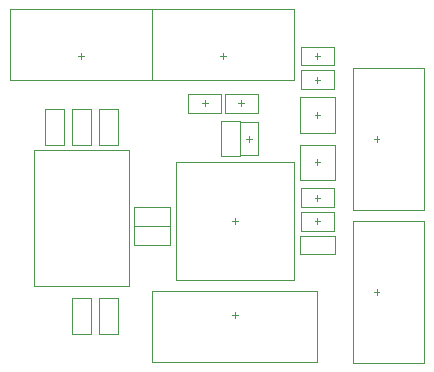
<source format=gbr>
%TF.GenerationSoftware,Altium Limited,Altium Designer,23.11.1 (41)*%
G04 Layer_Color=32896*
%FSLAX45Y45*%
%MOMM*%
%TF.SameCoordinates,EE14C10C-1293-43E7-8F5D-FAE76E51A431*%
%TF.FilePolarity,Positive*%
%TF.FileFunction,Other,Top_Courtyard*%
%TF.Part,Single*%
G01*
G75*
%TA.AperFunction,NonConductor*%
%ADD33C,0.05000*%
%ADD50C,0.01000*%
D33*
X8848500Y10050000D02*
Y10350000D01*
X9008500D01*
Y10050000D02*
Y10350000D01*
X8848500Y10050000D02*
X9008500D01*
X8620000D02*
Y10350000D01*
X8780000D01*
Y10050000D02*
Y10350000D01*
X8620000Y10050000D02*
X8780000D01*
X8391500D02*
Y10350000D01*
X8551500D01*
Y10050000D02*
Y10350000D01*
X8391500Y10050000D02*
X8551500D01*
X9008500Y8450000D02*
Y8750000D01*
X8848500Y8450000D02*
X9008500D01*
X8848500D02*
Y8750000D01*
X9008500D01*
X8780000Y8450000D02*
Y8750000D01*
X8620000Y8450000D02*
X8780000D01*
X8620000D02*
Y8750000D01*
X8780000D01*
X9880000Y9950000D02*
Y10250000D01*
X10040000D01*
Y9950000D02*
Y10250000D01*
X9880000Y9950000D02*
X10040000D01*
X9150000Y9200000D02*
X9450000D01*
X9150000D02*
Y9360000D01*
X9450000D01*
Y9200000D02*
Y9360000D01*
X9150000Y9360000D02*
X9450000D01*
X9150000D02*
Y9520000D01*
X9450000D01*
Y9360000D02*
Y9520000D01*
X10550000Y9280000D02*
X10850000D01*
Y9120000D02*
Y9280000D01*
X10550000Y9120000D02*
X10850000D01*
X10550000D02*
Y9280000D01*
D50*
X9500000Y9900000D02*
X10500000D01*
Y8900000D02*
Y9900000D01*
X9500000Y8900000D02*
X10500000D01*
X9500000D02*
Y9900000D01*
X10000000Y9375000D02*
Y9425000D01*
X9975000Y9400000D02*
X10025000D01*
X8300000Y8850000D02*
X9100000D01*
X8300000D02*
Y10000000D01*
X9100000D01*
Y8850000D02*
Y10000000D01*
X10550000Y10050000D02*
X10850000D01*
X10550000Y9750000D02*
Y10050000D01*
Y9750000D02*
X10850000D01*
Y10050000D01*
X10700000Y9875000D02*
Y9925000D01*
X10675000Y9900000D02*
X10725000D01*
X10840000Y9520000D02*
Y9680000D01*
X10560000Y9520000D02*
Y9680000D01*
X10840000D01*
X10560000Y9520000D02*
X10840000D01*
X10675000Y9600000D02*
X10725000D01*
X10700000Y9575000D02*
Y9625000D01*
X9300000Y8809500D02*
X10700000D01*
Y8209500D02*
Y8809500D01*
X9300000Y8209500D02*
X10700000D01*
X9300000D02*
Y8809500D01*
X10000000Y8584500D02*
Y8634500D01*
X9975000Y8609500D02*
X10025000D01*
X11200000Y8775000D02*
Y8825000D01*
X11175000Y8800000D02*
X11225000D01*
X11000000Y8200000D02*
X11600000D01*
Y9400000D01*
X11000000D02*
X11600000D01*
X11000000Y8200000D02*
Y9400000D01*
X8675000Y10800000D02*
X8725000D01*
X8700000Y10775000D02*
Y10825000D01*
X9300000Y10600000D02*
Y11200000D01*
X8100000D02*
X9300000D01*
X8100000Y10600000D02*
Y11200000D01*
Y10600000D02*
X9300000D01*
X9875000Y10800000D02*
X9925000D01*
X9900000Y10775000D02*
Y10825000D01*
X10500000Y10600000D02*
Y11200000D01*
X9300000D02*
X10500000D01*
X9300000Y10600000D02*
Y11200000D01*
Y10600000D02*
X10500000D01*
X11200000Y10075000D02*
Y10125000D01*
X11175000Y10100000D02*
X11225000D01*
X11000000Y9500000D02*
X11600000D01*
Y10700000D01*
X11000000D02*
X11600000D01*
X11000000Y9500000D02*
Y10700000D01*
X10550000Y10150000D02*
X10850000D01*
Y10450000D01*
X10550000D02*
X10850000D01*
X10550000Y10150000D02*
Y10450000D01*
X10700000Y10275000D02*
Y10325000D01*
X10675000Y10300000D02*
X10725000D01*
X10040000Y9960000D02*
X10200000D01*
X10040000Y10240000D02*
X10200000D01*
Y9960000D02*
Y10240000D01*
X10040000Y9960000D02*
Y10240000D01*
X10120000Y10075000D02*
Y10125000D01*
X10095000Y10100000D02*
X10145000D01*
X9884000Y10320000D02*
Y10480000D01*
X9604000Y10320000D02*
Y10480000D01*
X9884000D01*
X9604000Y10320000D02*
X9884000D01*
X9719000Y10400000D02*
X9769000D01*
X9744000Y10375000D02*
Y10425000D01*
X9916000Y10320000D02*
Y10480000D01*
X10196000Y10320000D02*
Y10480000D01*
X9916000Y10320000D02*
X10196000D01*
X9916000Y10480000D02*
X10196000D01*
X10031000Y10400000D02*
X10081000D01*
X10056000Y10375000D02*
Y10425000D01*
X10840000Y10720000D02*
Y10880000D01*
X10560000Y10720000D02*
Y10880000D01*
X10840000D01*
X10560000Y10720000D02*
X10840000D01*
X10675000Y10800000D02*
X10725000D01*
X10700000Y10775000D02*
Y10825000D01*
X10559999Y9320000D02*
Y9480000D01*
X10839999Y9320000D02*
Y9480000D01*
X10559999Y9320000D02*
X10839999D01*
X10559999Y9480000D02*
X10839999D01*
X10674999Y9400000D02*
X10724999D01*
X10699999Y9375000D02*
Y9425000D01*
X10560000Y10520000D02*
Y10680000D01*
X10840000Y10520000D02*
Y10680000D01*
X10560000Y10520000D02*
X10840000D01*
X10560000Y10680000D02*
X10840000D01*
X10675000Y10600000D02*
X10725000D01*
X10700000Y10575000D02*
Y10625000D01*
%TF.MD5,ac4164213433f548231c15bec4fe7d65*%
M02*

</source>
